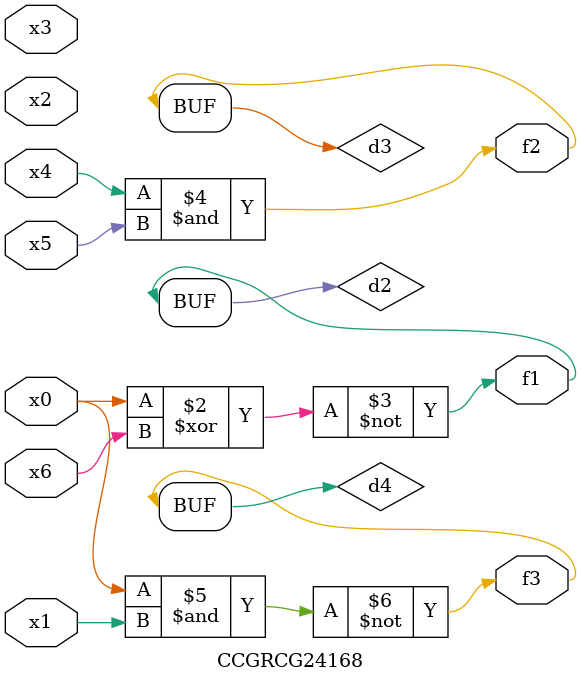
<source format=v>
module CCGRCG24168(
	input x0, x1, x2, x3, x4, x5, x6,
	output f1, f2, f3
);

	wire d1, d2, d3, d4;

	nor (d1, x0);
	xnor (d2, x0, x6);
	and (d3, x4, x5);
	nand (d4, x0, x1);
	assign f1 = d2;
	assign f2 = d3;
	assign f3 = d4;
endmodule

</source>
